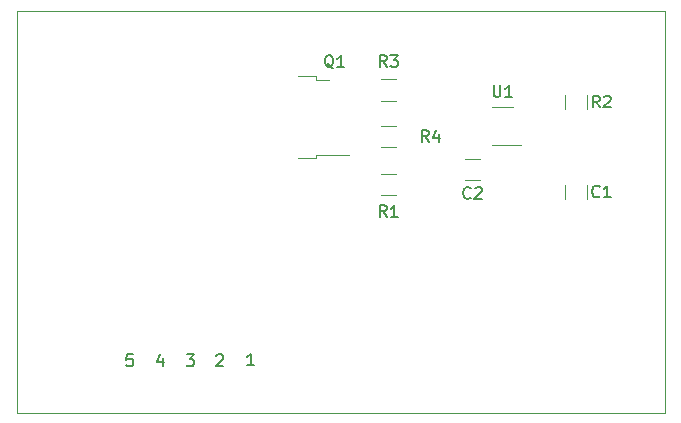
<source format=gbr>
G04 #@! TF.GenerationSoftware,KiCad,Pcbnew,5.1.6-c6e7f7d~86~ubuntu18.04.1*
G04 #@! TF.CreationDate,2020-06-27T17:21:00+01:00*
G04 #@! TF.ProjectId,UV_LED_Driver,55565f4c-4544-45f4-9472-697665722e6b,rev?*
G04 #@! TF.SameCoordinates,Original*
G04 #@! TF.FileFunction,Legend,Top*
G04 #@! TF.FilePolarity,Positive*
%FSLAX46Y46*%
G04 Gerber Fmt 4.6, Leading zero omitted, Abs format (unit mm)*
G04 Created by KiCad (PCBNEW 5.1.6-c6e7f7d~86~ubuntu18.04.1) date 2020-06-27 17:21:00*
%MOMM*%
%LPD*%
G01*
G04 APERTURE LIST*
%ADD10C,0.150000*%
G04 #@! TA.AperFunction,Profile*
%ADD11C,0.050000*%
G04 #@! TD*
%ADD12C,0.120000*%
G04 APERTURE END LIST*
D10*
X160718476Y-87860214D02*
X160718476Y-88526880D01*
X160480380Y-87479261D02*
X160242285Y-88193547D01*
X160861333Y-88193547D01*
X165258785Y-87622119D02*
X165306404Y-87574500D01*
X165401642Y-87526880D01*
X165639738Y-87526880D01*
X165734976Y-87574500D01*
X165782595Y-87622119D01*
X165830214Y-87717357D01*
X165830214Y-87812595D01*
X165782595Y-87955452D01*
X165211166Y-88526880D01*
X165830214Y-88526880D01*
X168433714Y-88463380D02*
X167862285Y-88463380D01*
X168148000Y-88463380D02*
X168148000Y-87463380D01*
X168052761Y-87606238D01*
X167957523Y-87701476D01*
X167862285Y-87749095D01*
X162734666Y-87526880D02*
X163353714Y-87526880D01*
X163020380Y-87907833D01*
X163163238Y-87907833D01*
X163258476Y-87955452D01*
X163306095Y-88003071D01*
X163353714Y-88098309D01*
X163353714Y-88336404D01*
X163306095Y-88431642D01*
X163258476Y-88479261D01*
X163163238Y-88526880D01*
X162877523Y-88526880D01*
X162782285Y-88479261D01*
X162734666Y-88431642D01*
X158162595Y-87526880D02*
X157686404Y-87526880D01*
X157638785Y-88003071D01*
X157686404Y-87955452D01*
X157781642Y-87907833D01*
X158019738Y-87907833D01*
X158114976Y-87955452D01*
X158162595Y-88003071D01*
X158210214Y-88098309D01*
X158210214Y-88336404D01*
X158162595Y-88431642D01*
X158114976Y-88479261D01*
X158019738Y-88526880D01*
X157781642Y-88526880D01*
X157686404Y-88479261D01*
X157638785Y-88431642D01*
D11*
X203200000Y-58420000D02*
X203200000Y-92456000D01*
X148336000Y-58420000D02*
X203200000Y-58420000D01*
X148336000Y-92456000D02*
X148336000Y-58420000D01*
X203200000Y-92456000D02*
X148336000Y-92456000D01*
D12*
X188584000Y-69809000D02*
X191034000Y-69809000D01*
X190384000Y-66589000D02*
X188584000Y-66589000D01*
X179229936Y-69998000D02*
X180434064Y-69998000D01*
X179229936Y-68178000D02*
X180434064Y-68178000D01*
X179229936Y-66061000D02*
X180434064Y-66061000D01*
X179229936Y-64241000D02*
X180434064Y-64241000D01*
X179229936Y-74062000D02*
X180434064Y-74062000D01*
X179229936Y-72242000D02*
X180434064Y-72242000D01*
X173666000Y-64257000D02*
X174766000Y-64257000D01*
X173666000Y-63987000D02*
X173666000Y-64257000D01*
X172166000Y-63987000D02*
X173666000Y-63987000D01*
X173666000Y-70617000D02*
X176496000Y-70617000D01*
X173666000Y-70887000D02*
X173666000Y-70617000D01*
X172166000Y-70887000D02*
X173666000Y-70887000D01*
X186341936Y-72792000D02*
X187546064Y-72792000D01*
X186341936Y-70972000D02*
X187546064Y-70972000D01*
X196617000Y-74389064D02*
X196617000Y-73184936D01*
X194797000Y-74389064D02*
X194797000Y-73184936D01*
X196617000Y-66769064D02*
X196617000Y-65564936D01*
X194797000Y-66769064D02*
X194797000Y-65564936D01*
D10*
X188722095Y-64730380D02*
X188722095Y-65539904D01*
X188769714Y-65635142D01*
X188817333Y-65682761D01*
X188912571Y-65730380D01*
X189103047Y-65730380D01*
X189198285Y-65682761D01*
X189245904Y-65635142D01*
X189293523Y-65539904D01*
X189293523Y-64730380D01*
X190293523Y-65730380D02*
X189722095Y-65730380D01*
X190007809Y-65730380D02*
X190007809Y-64730380D01*
X189912571Y-64873238D01*
X189817333Y-64968476D01*
X189722095Y-65016095D01*
X183221333Y-69540380D02*
X182888000Y-69064190D01*
X182649904Y-69540380D02*
X182649904Y-68540380D01*
X183030857Y-68540380D01*
X183126095Y-68588000D01*
X183173714Y-68635619D01*
X183221333Y-68730857D01*
X183221333Y-68873714D01*
X183173714Y-68968952D01*
X183126095Y-69016571D01*
X183030857Y-69064190D01*
X182649904Y-69064190D01*
X184078476Y-68873714D02*
X184078476Y-69540380D01*
X183840380Y-68492761D02*
X183602285Y-69207047D01*
X184221333Y-69207047D01*
X179665333Y-63190380D02*
X179332000Y-62714190D01*
X179093904Y-63190380D02*
X179093904Y-62190380D01*
X179474857Y-62190380D01*
X179570095Y-62238000D01*
X179617714Y-62285619D01*
X179665333Y-62380857D01*
X179665333Y-62523714D01*
X179617714Y-62618952D01*
X179570095Y-62666571D01*
X179474857Y-62714190D01*
X179093904Y-62714190D01*
X179998666Y-62190380D02*
X180617714Y-62190380D01*
X180284380Y-62571333D01*
X180427238Y-62571333D01*
X180522476Y-62618952D01*
X180570095Y-62666571D01*
X180617714Y-62761809D01*
X180617714Y-62999904D01*
X180570095Y-63095142D01*
X180522476Y-63142761D01*
X180427238Y-63190380D01*
X180141523Y-63190380D01*
X180046285Y-63142761D01*
X179998666Y-63095142D01*
X179665333Y-75890380D02*
X179332000Y-75414190D01*
X179093904Y-75890380D02*
X179093904Y-74890380D01*
X179474857Y-74890380D01*
X179570095Y-74938000D01*
X179617714Y-74985619D01*
X179665333Y-75080857D01*
X179665333Y-75223714D01*
X179617714Y-75318952D01*
X179570095Y-75366571D01*
X179474857Y-75414190D01*
X179093904Y-75414190D01*
X180617714Y-75890380D02*
X180046285Y-75890380D01*
X180332000Y-75890380D02*
X180332000Y-74890380D01*
X180236761Y-75033238D01*
X180141523Y-75128476D01*
X180046285Y-75176095D01*
X175164761Y-63285619D02*
X175069523Y-63238000D01*
X174974285Y-63142761D01*
X174831428Y-62999904D01*
X174736190Y-62952285D01*
X174640952Y-62952285D01*
X174688571Y-63190380D02*
X174593333Y-63142761D01*
X174498095Y-63047523D01*
X174450476Y-62857047D01*
X174450476Y-62523714D01*
X174498095Y-62333238D01*
X174593333Y-62238000D01*
X174688571Y-62190380D01*
X174879047Y-62190380D01*
X174974285Y-62238000D01*
X175069523Y-62333238D01*
X175117142Y-62523714D01*
X175117142Y-62857047D01*
X175069523Y-63047523D01*
X174974285Y-63142761D01*
X174879047Y-63190380D01*
X174688571Y-63190380D01*
X176069523Y-63190380D02*
X175498095Y-63190380D01*
X175783809Y-63190380D02*
X175783809Y-62190380D01*
X175688571Y-62333238D01*
X175593333Y-62428476D01*
X175498095Y-62476095D01*
X186777333Y-74271142D02*
X186729714Y-74318761D01*
X186586857Y-74366380D01*
X186491619Y-74366380D01*
X186348761Y-74318761D01*
X186253523Y-74223523D01*
X186205904Y-74128285D01*
X186158285Y-73937809D01*
X186158285Y-73794952D01*
X186205904Y-73604476D01*
X186253523Y-73509238D01*
X186348761Y-73414000D01*
X186491619Y-73366380D01*
X186586857Y-73366380D01*
X186729714Y-73414000D01*
X186777333Y-73461619D01*
X187158285Y-73461619D02*
X187205904Y-73414000D01*
X187301142Y-73366380D01*
X187539238Y-73366380D01*
X187634476Y-73414000D01*
X187682095Y-73461619D01*
X187729714Y-73556857D01*
X187729714Y-73652095D01*
X187682095Y-73794952D01*
X187110666Y-74366380D01*
X187729714Y-74366380D01*
X197699333Y-74144142D02*
X197651714Y-74191761D01*
X197508857Y-74239380D01*
X197413619Y-74239380D01*
X197270761Y-74191761D01*
X197175523Y-74096523D01*
X197127904Y-74001285D01*
X197080285Y-73810809D01*
X197080285Y-73667952D01*
X197127904Y-73477476D01*
X197175523Y-73382238D01*
X197270761Y-73287000D01*
X197413619Y-73239380D01*
X197508857Y-73239380D01*
X197651714Y-73287000D01*
X197699333Y-73334619D01*
X198651714Y-74239380D02*
X198080285Y-74239380D01*
X198366000Y-74239380D02*
X198366000Y-73239380D01*
X198270761Y-73382238D01*
X198175523Y-73477476D01*
X198080285Y-73525095D01*
X197699333Y-66619380D02*
X197366000Y-66143190D01*
X197127904Y-66619380D02*
X197127904Y-65619380D01*
X197508857Y-65619380D01*
X197604095Y-65667000D01*
X197651714Y-65714619D01*
X197699333Y-65809857D01*
X197699333Y-65952714D01*
X197651714Y-66047952D01*
X197604095Y-66095571D01*
X197508857Y-66143190D01*
X197127904Y-66143190D01*
X198080285Y-65714619D02*
X198127904Y-65667000D01*
X198223142Y-65619380D01*
X198461238Y-65619380D01*
X198556476Y-65667000D01*
X198604095Y-65714619D01*
X198651714Y-65809857D01*
X198651714Y-65905095D01*
X198604095Y-66047952D01*
X198032666Y-66619380D01*
X198651714Y-66619380D01*
M02*

</source>
